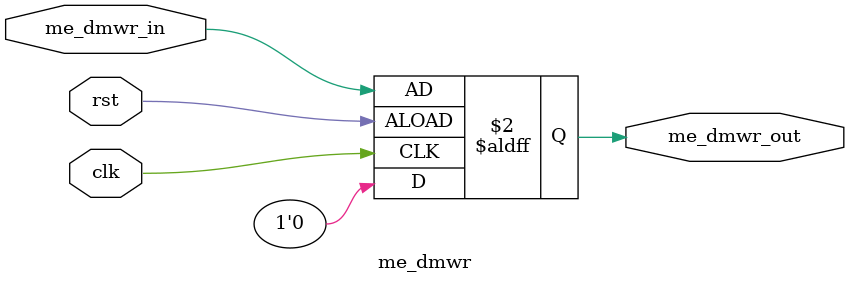
<source format=sv>
module me_dmwr(
    input logic clk,
    input logic rst,
    input logic me_dmwr_in = 1'b0, 
    output logic me_dmwr_out
     
);

    always_ff @(posedge clk or negedge rst) begin
        if (rst) begin
            me_dmwr_out <= 1'b0; 
        end else begin
            me_dmwr_out <= me_dmwr_in; 
        end
    end
endmodule
</source>
